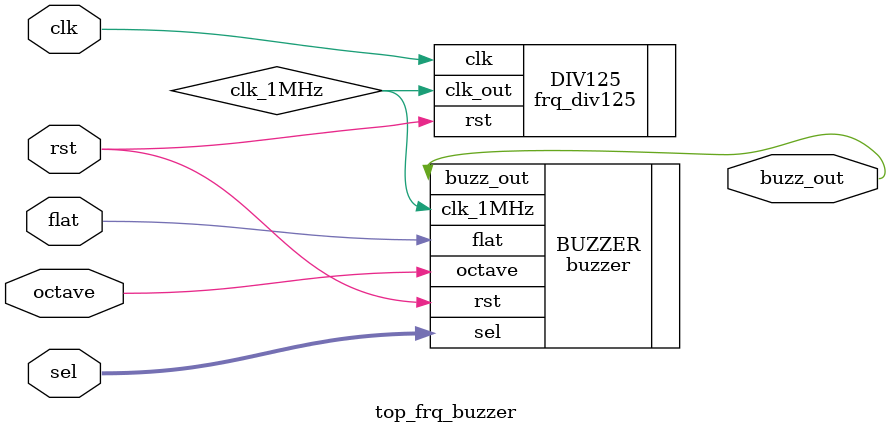
<source format=v>
`timescale 1ns / 1ps


module top_frq_buzzer(clk, rst, octave, flat, buzz_out,sel);

input clk, rst, octave, flat;
input [6:0] sel;
output buzz_out;

wire clk_1MHz;

frq_div125 DIV125 (.clk(clk), .rst(rst), .clk_out(clk_1MHz));
buzzer BUZZER (.clk_1MHz(clk_1MHz), .octave(octave), .flat(flat), .buzz_out(buzz_out), .sel(sel),.rst(rst));

endmodule

</source>
